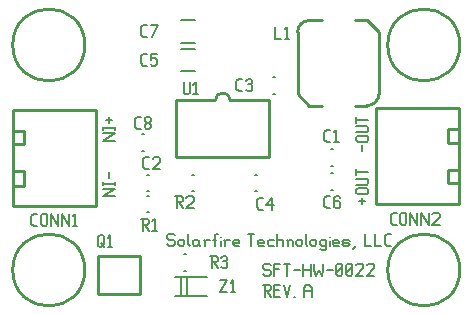
<source format=gbr>
G04 start of page 9 for group -4079 idx -4079 *
G04 Title: SFT-HW-0022, topsilk *
G04 Creator: pcb 20110918 *
G04 CreationDate: Thu 04 Dec 2014 01:03:43 AM GMT UTC *
G04 For: tgack *
G04 Format: Gerber/RS-274X *
G04 PCB-Dimensions: 150000 100000 *
G04 PCB-Coordinate-Origin: lower left *
%MOIN*%
%FSLAX25Y25*%
%LNTOPSILK*%
%ADD56C,0.0100*%
%ADD55C,0.0080*%
G54D55*X32500Y63500D02*Y61500D01*
X31500Y62500D02*X33500D01*
X34500Y60300D02*Y59300D01*
X30500Y59800D02*X34500D01*
X30500Y60300D02*Y59300D01*
Y58100D02*X34500D01*
X30500Y55600D01*
X34500D01*
X32500Y45000D02*Y43000D01*
X34500Y41800D02*Y40800D01*
X30500Y41300D02*X34500D01*
X30500Y41800D02*Y40800D01*
Y39600D02*X34500D01*
X30500Y37100D01*
X34500D01*
X86000Y14500D02*X86500Y14000D01*
X84500Y14500D02*X86000D01*
X84000Y14000D02*X84500Y14500D01*
X84000Y14000D02*Y13000D01*
X84500Y12500D01*
X86000D01*
X86500Y12000D01*
Y11000D01*
X86000Y10500D02*X86500Y11000D01*
X84500Y10500D02*X86000D01*
X84000Y11000D02*X84500Y10500D01*
X87700Y14500D02*Y10500D01*
Y14500D02*X89700D01*
X87700Y12700D02*X89200D01*
X90900Y14500D02*X92900D01*
X91900D02*Y10500D01*
X94100Y12500D02*X96100D01*
X97300Y14500D02*Y10500D01*
X99800Y14500D02*Y10500D01*
X97300Y12500D02*X99800D01*
X101000Y14500D02*Y12500D01*
X101500Y10500D01*
X102500Y12500D01*
X103500Y10500D01*
X104000Y12500D01*
Y14500D02*Y12500D01*
X105200D02*X107200D01*
X108400Y11000D02*X108900Y10500D01*
X108400Y14000D02*Y11000D01*
Y14000D02*X108900Y14500D01*
X109900D01*
X110400Y14000D01*
Y11000D01*
X109900Y10500D02*X110400Y11000D01*
X108900Y10500D02*X109900D01*
X108400Y11500D02*X110400Y13500D01*
X111600Y11000D02*X112100Y10500D01*
X111600Y14000D02*Y11000D01*
Y14000D02*X112100Y14500D01*
X113100D01*
X113600Y14000D01*
Y11000D01*
X113100Y10500D02*X113600Y11000D01*
X112100Y10500D02*X113100D01*
X111600Y11500D02*X113600Y13500D01*
X114800Y14000D02*X115300Y14500D01*
X116800D01*
X117300Y14000D01*
Y13000D01*
X114800Y10500D02*X117300Y13000D01*
X114800Y10500D02*X117300D01*
X118500Y14000D02*X119000Y14500D01*
X120500D01*
X121000Y14000D01*
Y13000D01*
X118500Y10500D02*X121000Y13000D01*
X118500Y10500D02*X121000D01*
X54043Y24500D02*X54543Y24000D01*
X52543Y24500D02*X54043D01*
X52043Y24000D02*X52543Y24500D01*
X52043Y24000D02*Y23000D01*
X52543Y22500D01*
X54043D01*
X54543Y22000D01*
Y21000D01*
X54043Y20500D02*X54543Y21000D01*
X52543Y20500D02*X54043D01*
X52043Y21000D02*X52543Y20500D01*
X55743Y22000D02*Y21000D01*
Y22000D02*X56243Y22500D01*
X57243D01*
X57743Y22000D01*
Y21000D01*
X57243Y20500D02*X57743Y21000D01*
X56243Y20500D02*X57243D01*
X55743Y21000D02*X56243Y20500D01*
X58943Y24500D02*Y21000D01*
X59443Y20500D01*
X61943Y22500D02*X62443Y22000D01*
X60943Y22500D02*X61943D01*
X60443Y22000D02*X60943Y22500D01*
X60443Y22000D02*Y21000D01*
X60943Y20500D01*
X62443Y22500D02*Y21000D01*
X62943Y20500D01*
X60943D02*X61943D01*
X62443Y21000D01*
X64643Y22000D02*Y20500D01*
Y22000D02*X65143Y22500D01*
X66143D01*
X64143D02*X64643Y22000D01*
X67843Y24000D02*Y20500D01*
Y24000D02*X68343Y24500D01*
X68843D01*
X67343Y22500D02*X68343D01*
X69843Y23500D02*Y23400D01*
Y22000D02*Y20500D01*
X71343Y22000D02*Y20500D01*
Y22000D02*X71843Y22500D01*
X72843D01*
X70843D02*X71343Y22000D01*
X74543Y20500D02*X76043D01*
X74043Y21000D02*X74543Y20500D01*
X74043Y22000D02*Y21000D01*
Y22000D02*X74543Y22500D01*
X75543D01*
X76043Y22000D01*
X74043Y21500D02*X76043D01*
Y22000D02*Y21500D01*
X79043Y24500D02*X81043D01*
X80043D02*Y20500D01*
X82743D02*X84243D01*
X82243Y21000D02*X82743Y20500D01*
X82243Y22000D02*Y21000D01*
Y22000D02*X82743Y22500D01*
X83743D01*
X84243Y22000D01*
X82243Y21500D02*X84243D01*
Y22000D02*Y21500D01*
X85943Y22500D02*X87443D01*
X85443Y22000D02*X85943Y22500D01*
X85443Y22000D02*Y21000D01*
X85943Y20500D01*
X87443D01*
X88643Y24500D02*Y20500D01*
Y22000D02*X89143Y22500D01*
X90143D01*
X90643Y22000D01*
Y20500D01*
X92343Y22000D02*Y20500D01*
Y22000D02*X92843Y22500D01*
X93343D01*
X93843Y22000D01*
Y20500D01*
X91843Y22500D02*X92343Y22000D01*
X95043D02*Y21000D01*
Y22000D02*X95543Y22500D01*
X96543D01*
X97043Y22000D01*
Y21000D01*
X96543Y20500D02*X97043Y21000D01*
X95543Y20500D02*X96543D01*
X95043Y21000D02*X95543Y20500D01*
X98243Y24500D02*Y21000D01*
X98743Y20500D01*
X99743Y22000D02*Y21000D01*
Y22000D02*X100243Y22500D01*
X101243D01*
X101743Y22000D01*
Y21000D01*
X101243Y20500D02*X101743Y21000D01*
X100243Y20500D02*X101243D01*
X99743Y21000D02*X100243Y20500D01*
X104443Y22500D02*X104943Y22000D01*
X103443Y22500D02*X104443D01*
X102943Y22000D02*X103443Y22500D01*
X102943Y22000D02*Y21000D01*
X103443Y20500D01*
X104443D01*
X104943Y21000D01*
X102943Y19500D02*X103443Y19000D01*
X104443D01*
X104943Y19500D01*
Y22500D02*Y19500D01*
X106143Y23500D02*Y23400D01*
Y22000D02*Y20500D01*
X107643D02*X109143D01*
X107143Y21000D02*X107643Y20500D01*
X107143Y22000D02*Y21000D01*
Y22000D02*X107643Y22500D01*
X108643D01*
X109143Y22000D01*
X107143Y21500D02*X109143D01*
Y22000D02*Y21500D01*
X110843Y20500D02*X112343D01*
X112843Y21000D01*
X112343Y21500D02*X112843Y21000D01*
X110843Y21500D02*X112343D01*
X110343Y22000D02*X110843Y21500D01*
X110343Y22000D02*X110843Y22500D01*
X112343D01*
X112843Y22000D01*
X110343Y21000D02*X110843Y20500D01*
X114043Y19500D02*X115043Y20500D01*
X118043Y24500D02*Y20500D01*
X120043D01*
X121243Y24500D02*Y20500D01*
X123243D01*
X125143D02*X126443D01*
X124443Y21200D02*X125143Y20500D01*
X124443Y23800D02*Y21200D01*
Y23800D02*X125143Y24500D01*
X126443D01*
X84000Y7500D02*X86000D01*
X86500Y7000D01*
Y6000D01*
X86000Y5500D02*X86500Y6000D01*
X84500Y5500D02*X86000D01*
X84500Y7500D02*Y3500D01*
X85300Y5500D02*X86500Y3500D01*
X87700Y5700D02*X89200D01*
X87700Y3500D02*X89700D01*
X87700Y7500D02*Y3500D01*
Y7500D02*X89700D01*
X90900D02*X91900Y3500D01*
X92900Y7500D01*
X94100Y3500D02*X94600D01*
X97600Y6500D02*Y3500D01*
Y6500D02*X98300Y7500D01*
X99400D01*
X100100Y6500D01*
Y3500D01*
X97600Y5500D02*X100100D01*
X117000Y36500D02*Y34500D01*
X116000Y35500D02*X118000D01*
X115500Y37700D02*X118500D01*
X115500D02*X115000Y38200D01*
Y39200D02*Y38200D01*
Y39200D02*X115500Y39700D01*
X118500D01*
X119000Y39200D02*X118500Y39700D01*
X119000Y39200D02*Y38200D01*
X118500Y37700D02*X119000Y38200D01*
X115000Y40900D02*X118500D01*
X119000Y41400D01*
Y42400D02*Y41400D01*
Y42400D02*X118500Y42900D01*
X115000D02*X118500D01*
X115000Y46100D02*Y44100D01*
Y45100D02*X119000D01*
X117000Y54000D02*Y52000D01*
X115500Y55200D02*X118500D01*
X115500D02*X115000Y55700D01*
Y56700D02*Y55700D01*
Y56700D02*X115500Y57200D01*
X118500D01*
X119000Y56700D02*X118500Y57200D01*
X119000Y56700D02*Y55700D01*
X118500Y55200D02*X119000Y55700D01*
X115000Y58400D02*X118500D01*
X119000Y58900D01*
Y59900D02*Y58900D01*
Y59900D02*X118500Y60400D01*
X115000D02*X118500D01*
X115000Y63600D02*Y61600D01*
Y62600D02*X119000D01*
X57607Y12245D02*X58393D01*
X57607Y17755D02*X58393D01*
X56674Y10150D02*Y3850D01*
X54705D02*X65295D01*
X58643Y10150D02*Y3850D01*
X54705Y10150D02*X65295D01*
G54D56*X29000Y4500D02*X42900D01*
Y17300D02*Y4500D01*
X29000Y17300D02*X42900D01*
X29000D02*Y4500D01*
X500Y12500D02*G75*G03X500Y12500I12000J0D01*G01*
G54D55*X45107Y31745D02*X45893D01*
X45107Y37255D02*X45893D01*
X45107Y38745D02*X45893D01*
X45107Y44255D02*X45893D01*
G54D56*X500Y87500D02*G75*G03X500Y87500I12000J0D01*G01*
X28166Y65835D02*Y33945D01*
X607D02*X28166D01*
X607Y65835D02*Y33945D01*
Y65835D02*X28166D01*
X607Y58749D02*X4150D01*
Y54418D01*
X607D02*X4150D01*
X607Y45363D02*X4150D01*
Y40638D01*
X607D02*X4150D01*
X125500Y87500D02*G75*G03X125500Y87500I12000J0D01*G01*
G54D55*X106607Y44755D02*X107393D01*
X106607Y39245D02*X107393D01*
X106607Y52755D02*X107393D01*
X106607Y47245D02*X107393D01*
G54D56*X118646Y95673D02*X122583Y91736D01*
X95417Y71264D02*X99354Y67327D01*
X122583Y91736D02*Y71067D01*
X95417Y91736D02*Y71264D01*
X99354Y95673D02*X103500D01*
X114500D02*X118646D01*
X114500Y67327D02*X118646D01*
X99354D02*X103500D01*
X99354Y95673D02*G75*G03X95417Y91736I0J-3937D01*G01*
X118646Y67327D02*G75*G03X122583Y71264I0J3937D01*G01*
X125500Y12500D02*G75*G03X125500Y12500I12000J0D01*G01*
X121614Y66335D02*Y34445D01*
Y66335D02*X149173D01*
Y34445D01*
X121614D02*X149173D01*
X145630Y41531D02*X149173D01*
X145630Y45862D02*Y41531D01*
Y45862D02*X149173D01*
X145630Y54917D02*X149173D01*
X145630Y59642D02*Y54917D01*
Y59642D02*X149173D01*
G54D55*X87107Y71245D02*X87893D01*
X87107Y76755D02*X87893D01*
G54D56*X55000Y69000D02*Y50000D01*
X86000D01*
Y69000D01*
X55000D02*X68000D01*
X86000D02*X73000D01*
G75*G03X68000Y69000I-2500J0D01*G01*
G54D55*X81107Y44255D02*X81893D01*
X81107Y38745D02*X81893D01*
X60107D02*X60893D01*
X60107Y44255D02*X60893D01*
X43607Y57755D02*X44393D01*
X43607Y52245D02*X44393D01*
X56638Y88260D02*X61362D01*
X56638Y95740D02*X61362D01*
X56638Y78760D02*X61362D01*
X56638Y86240D02*X61362D01*
X66370Y17150D02*X68370D01*
X68870Y16650D01*
Y15650D01*
X68370Y15150D02*X68870Y15650D01*
X66870Y15150D02*X68370D01*
X66870Y17150D02*Y13150D01*
X67670Y15150D02*X68870Y13150D01*
X70070Y16650D02*X70570Y17150D01*
X71570D01*
X72070Y16650D01*
X71570Y13150D02*X72070Y13650D01*
X70570Y13150D02*X71570D01*
X70070Y13650D02*X70570Y13150D01*
Y15350D02*X71570D01*
X72070Y16650D02*Y15850D01*
Y14850D02*Y13650D01*
Y14850D02*X71570Y15350D01*
X72070Y15850D02*X71570Y15350D01*
X69457Y9000D02*X71957D01*
X69457Y5000D02*X71957Y9000D01*
X69457Y5000D02*X71957D01*
X73157Y8200D02*X73957Y9000D01*
Y5000D01*
X73157D02*X74657D01*
X29000Y23500D02*Y20500D01*
Y23500D02*X29500Y24000D01*
X30500D01*
X31000Y23500D01*
Y21000D01*
X30000Y20000D02*X31000Y21000D01*
X29500Y20000D02*X30000D01*
X29000Y20500D02*X29500Y20000D01*
X30000Y21500D02*X31000Y20000D01*
X32200Y23200D02*X33000Y24000D01*
Y20000D01*
X32200D02*X33700D01*
X43307Y29650D02*X45307D01*
X45807Y29150D01*
Y28150D01*
X45307Y27650D02*X45807Y28150D01*
X43807Y27650D02*X45307D01*
X43807Y29650D02*Y25650D01*
X44607Y27650D02*X45807Y25650D01*
X47007Y28850D02*X47807Y29650D01*
Y25650D01*
X47007D02*X48507D01*
X7420Y27280D02*X8720D01*
X6720Y27980D02*X7420Y27280D01*
X6720Y30580D02*Y27980D01*
Y30580D02*X7420Y31280D01*
X8720D01*
X9920Y30780D02*Y27780D01*
Y30780D02*X10420Y31280D01*
X11420D01*
X11920Y30780D01*
Y27780D01*
X11420Y27280D02*X11920Y27780D01*
X10420Y27280D02*X11420D01*
X9920Y27780D02*X10420Y27280D01*
X13120Y31280D02*Y27280D01*
Y31280D02*X15620Y27280D01*
Y31280D02*Y27280D01*
X16820Y31280D02*Y27280D01*
Y31280D02*X19320Y27280D01*
Y31280D02*Y27280D01*
X20520Y30480D02*X21320Y31280D01*
Y27280D01*
X20520D02*X22020D01*
X105093Y33150D02*X106393D01*
X104393Y33850D02*X105093Y33150D01*
X104393Y36450D02*Y33850D01*
Y36450D02*X105093Y37150D01*
X106393D01*
X109093D02*X109593Y36650D01*
X108093Y37150D02*X109093D01*
X107593Y36650D02*X108093Y37150D01*
X107593Y36650D02*Y33650D01*
X108093Y33150D01*
X109093Y35350D02*X109593Y34850D01*
X107593Y35350D02*X109093D01*
X108093Y33150D02*X109093D01*
X109593Y33650D01*
Y34850D02*Y33650D01*
X105093Y55150D02*X106393D01*
X104393Y55850D02*X105093Y55150D01*
X104393Y58450D02*Y55850D01*
Y58450D02*X105093Y59150D01*
X106393D01*
X107593Y58350D02*X108393Y59150D01*
Y55150D01*
X107593D02*X109093D01*
X88000Y93500D02*Y89500D01*
X90000D01*
X91200Y92700D02*X92000Y93500D01*
Y89500D01*
X91200D02*X92700D01*
X82464Y32650D02*X83764D01*
X81764Y33350D02*X82464Y32650D01*
X81764Y35950D02*Y33350D01*
Y35950D02*X82464Y36650D01*
X83764D01*
X84964Y34150D02*X86964Y36650D01*
X84964Y34150D02*X87464D01*
X86964Y36650D02*Y32650D01*
X127200Y27500D02*X128500D01*
X126500Y28200D02*X127200Y27500D01*
X126500Y30800D02*Y28200D01*
Y30800D02*X127200Y31500D01*
X128500D01*
X129700Y31000D02*Y28000D01*
Y31000D02*X130200Y31500D01*
X131200D01*
X131700Y31000D01*
Y28000D01*
X131200Y27500D02*X131700Y28000D01*
X130200Y27500D02*X131200D01*
X129700Y28000D02*X130200Y27500D01*
X132900Y31500D02*Y27500D01*
Y31500D02*X135400Y27500D01*
Y31500D02*Y27500D01*
X136600Y31500D02*Y27500D01*
Y31500D02*X139100Y27500D01*
Y31500D02*Y27500D01*
X140300Y31000D02*X140800Y31500D01*
X142300D01*
X142800Y31000D01*
Y30000D01*
X140300Y27500D02*X142800Y30000D01*
X140300Y27500D02*X142800D01*
X75757Y72150D02*X77057D01*
X75057Y72850D02*X75757Y72150D01*
X75057Y75450D02*Y72850D01*
Y75450D02*X75757Y76150D01*
X77057D01*
X78257Y75650D02*X78757Y76150D01*
X79757D01*
X80257Y75650D01*
X79757Y72150D02*X80257Y72650D01*
X78757Y72150D02*X79757D01*
X78257Y72650D02*X78757Y72150D01*
Y74350D02*X79757D01*
X80257Y75650D02*Y74850D01*
Y73850D02*Y72650D01*
Y73850D02*X79757Y74350D01*
X80257Y74850D02*X79757Y74350D01*
X44007Y90150D02*X45307D01*
X43307Y90850D02*X44007Y90150D01*
X43307Y93450D02*Y90850D01*
Y93450D02*X44007Y94150D01*
X45307D01*
X47007Y90150D02*X49007Y94150D01*
X46507D02*X49007D01*
X44050Y80650D02*X45350D01*
X43350Y81350D02*X44050Y80650D01*
X43350Y83950D02*Y81350D01*
Y83950D02*X44050Y84650D01*
X45350D01*
X46550D02*X48550D01*
X46550D02*Y82650D01*
X47050Y83150D01*
X48050D01*
X48550Y82650D01*
Y81150D01*
X48050Y80650D02*X48550Y81150D01*
X47050Y80650D02*X48050D01*
X46550Y81150D02*X47050Y80650D01*
X57500Y75000D02*Y71500D01*
X58000Y71000D01*
X59000D01*
X59500Y71500D01*
Y75000D02*Y71500D01*
X60700Y74200D02*X61500Y75000D01*
Y71000D01*
X60700D02*X62200D01*
X54651Y37150D02*X56651D01*
X57151Y36650D01*
Y35650D01*
X56651Y35150D02*X57151Y35650D01*
X55151Y35150D02*X56651D01*
X55151Y37150D02*Y33150D01*
X55951Y35150D02*X57151Y33150D01*
X58351Y36650D02*X58851Y37150D01*
X60351D01*
X60851Y36650D01*
Y35650D01*
X58351Y33150D02*X60851Y35650D01*
X58351Y33150D02*X60851D01*
X44593Y46150D02*X45893D01*
X43893Y46850D02*X44593Y46150D01*
X43893Y49450D02*Y46850D01*
Y49450D02*X44593Y50150D01*
X45893D01*
X47093Y49650D02*X47593Y50150D01*
X49093D01*
X49593Y49650D01*
Y48650D01*
X47093Y46150D02*X49593Y48650D01*
X47093Y46150D02*X49593D01*
X42050Y59607D02*X43350D01*
X41350Y60307D02*X42050Y59607D01*
X41350Y62907D02*Y60307D01*
Y62907D02*X42050Y63607D01*
X43350D01*
X44550Y60107D02*X45050Y59607D01*
X44550Y60907D02*Y60107D01*
Y60907D02*X45250Y61607D01*
X45850D01*
X46550Y60907D01*
Y60107D01*
X46050Y59607D02*X46550Y60107D01*
X45050Y59607D02*X46050D01*
X44550Y62307D02*X45250Y61607D01*
X44550Y63107D02*Y62307D01*
Y63107D02*X45050Y63607D01*
X46050D01*
X46550Y63107D01*
Y62307D01*
X45850Y61607D02*X46550Y62307D01*
M02*

</source>
